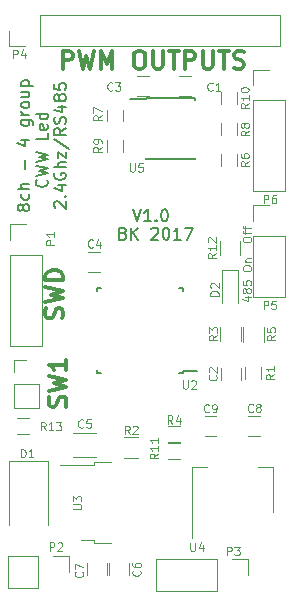
<source format=gto>
G04 #@! TF.FileFunction,Legend,Top*
%FSLAX46Y46*%
G04 Gerber Fmt 4.6, Leading zero omitted, Abs format (unit mm)*
G04 Created by KiCad (PCBNEW 4.0.2+dfsg1-stable) date Wed 06 Sep 2017 09:14:37 PM CST*
%MOMM*%
G01*
G04 APERTURE LIST*
%ADD10C,0.100000*%
%ADD11C,0.150000*%
%ADD12C,0.300000*%
%ADD13C,0.120000*%
G04 APERTURE END LIST*
D10*
D11*
X111404638Y-95146581D02*
X111737971Y-96146581D01*
X112071305Y-95146581D01*
X112928448Y-96146581D02*
X112357019Y-96146581D01*
X112642733Y-96146581D02*
X112642733Y-95146581D01*
X112547495Y-95289438D01*
X112452257Y-95384676D01*
X112357019Y-95432295D01*
X113357019Y-96051343D02*
X113404638Y-96098962D01*
X113357019Y-96146581D01*
X113309400Y-96098962D01*
X113357019Y-96051343D01*
X113357019Y-96146581D01*
X114023685Y-95146581D02*
X114118924Y-95146581D01*
X114214162Y-95194200D01*
X114261781Y-95241819D01*
X114309400Y-95337057D01*
X114357019Y-95527533D01*
X114357019Y-95765629D01*
X114309400Y-95956105D01*
X114261781Y-96051343D01*
X114214162Y-96098962D01*
X114118924Y-96146581D01*
X114023685Y-96146581D01*
X113928447Y-96098962D01*
X113880828Y-96051343D01*
X113833209Y-95956105D01*
X113785590Y-95765629D01*
X113785590Y-95527533D01*
X113833209Y-95337057D01*
X113880828Y-95241819D01*
X113928447Y-95194200D01*
X114023685Y-95146581D01*
X110595115Y-97172771D02*
X110737972Y-97220390D01*
X110785591Y-97268010D01*
X110833210Y-97363248D01*
X110833210Y-97506105D01*
X110785591Y-97601343D01*
X110737972Y-97648962D01*
X110642734Y-97696581D01*
X110261781Y-97696581D01*
X110261781Y-96696581D01*
X110595115Y-96696581D01*
X110690353Y-96744200D01*
X110737972Y-96791819D01*
X110785591Y-96887057D01*
X110785591Y-96982295D01*
X110737972Y-97077533D01*
X110690353Y-97125152D01*
X110595115Y-97172771D01*
X110261781Y-97172771D01*
X111261781Y-97696581D02*
X111261781Y-96696581D01*
X111833210Y-97696581D02*
X111404638Y-97125152D01*
X111833210Y-96696581D02*
X111261781Y-97268010D01*
X112976067Y-96791819D02*
X113023686Y-96744200D01*
X113118924Y-96696581D01*
X113357020Y-96696581D01*
X113452258Y-96744200D01*
X113499877Y-96791819D01*
X113547496Y-96887057D01*
X113547496Y-96982295D01*
X113499877Y-97125152D01*
X112928448Y-97696581D01*
X113547496Y-97696581D01*
X114166543Y-96696581D02*
X114261782Y-96696581D01*
X114357020Y-96744200D01*
X114404639Y-96791819D01*
X114452258Y-96887057D01*
X114499877Y-97077533D01*
X114499877Y-97315629D01*
X114452258Y-97506105D01*
X114404639Y-97601343D01*
X114357020Y-97648962D01*
X114261782Y-97696581D01*
X114166543Y-97696581D01*
X114071305Y-97648962D01*
X114023686Y-97601343D01*
X113976067Y-97506105D01*
X113928448Y-97315629D01*
X113928448Y-97077533D01*
X113976067Y-96887057D01*
X114023686Y-96791819D01*
X114071305Y-96744200D01*
X114166543Y-96696581D01*
X115452258Y-97696581D02*
X114880829Y-97696581D01*
X115166543Y-97696581D02*
X115166543Y-96696581D01*
X115071305Y-96839438D01*
X114976067Y-96934676D01*
X114880829Y-96982295D01*
X115785591Y-96696581D02*
X116452258Y-96696581D01*
X116023686Y-97696581D01*
X102064552Y-95071534D02*
X102016933Y-95166772D01*
X101969314Y-95214391D01*
X101874076Y-95262010D01*
X101826457Y-95262010D01*
X101731219Y-95214391D01*
X101683600Y-95166772D01*
X101635981Y-95071534D01*
X101635981Y-94881057D01*
X101683600Y-94785819D01*
X101731219Y-94738200D01*
X101826457Y-94690581D01*
X101874076Y-94690581D01*
X101969314Y-94738200D01*
X102016933Y-94785819D01*
X102064552Y-94881057D01*
X102064552Y-95071534D01*
X102112171Y-95166772D01*
X102159790Y-95214391D01*
X102255029Y-95262010D01*
X102445505Y-95262010D01*
X102540743Y-95214391D01*
X102588362Y-95166772D01*
X102635981Y-95071534D01*
X102635981Y-94881057D01*
X102588362Y-94785819D01*
X102540743Y-94738200D01*
X102445505Y-94690581D01*
X102255029Y-94690581D01*
X102159790Y-94738200D01*
X102112171Y-94785819D01*
X102064552Y-94881057D01*
X102588362Y-93833438D02*
X102635981Y-93928676D01*
X102635981Y-94119153D01*
X102588362Y-94214391D01*
X102540743Y-94262010D01*
X102445505Y-94309629D01*
X102159790Y-94309629D01*
X102064552Y-94262010D01*
X102016933Y-94214391D01*
X101969314Y-94119153D01*
X101969314Y-93928676D01*
X102016933Y-93833438D01*
X102635981Y-93404867D02*
X101635981Y-93404867D01*
X102635981Y-92976295D02*
X102112171Y-92976295D01*
X102016933Y-93023914D01*
X101969314Y-93119152D01*
X101969314Y-93262010D01*
X102016933Y-93357248D01*
X102064552Y-93404867D01*
X102255029Y-91738200D02*
X102255029Y-90976295D01*
X101969314Y-89309628D02*
X102635981Y-89309628D01*
X101588362Y-89547724D02*
X102302648Y-89785819D01*
X102302648Y-89166771D01*
X101969314Y-87595342D02*
X102778838Y-87595342D01*
X102874076Y-87642961D01*
X102921695Y-87690580D01*
X102969314Y-87785819D01*
X102969314Y-87928676D01*
X102921695Y-88023914D01*
X102588362Y-87595342D02*
X102635981Y-87690580D01*
X102635981Y-87881057D01*
X102588362Y-87976295D01*
X102540743Y-88023914D01*
X102445505Y-88071533D01*
X102159790Y-88071533D01*
X102064552Y-88023914D01*
X102016933Y-87976295D01*
X101969314Y-87881057D01*
X101969314Y-87690580D01*
X102016933Y-87595342D01*
X102635981Y-87119152D02*
X101969314Y-87119152D01*
X102159790Y-87119152D02*
X102064552Y-87071533D01*
X102016933Y-87023914D01*
X101969314Y-86928676D01*
X101969314Y-86833437D01*
X102635981Y-86357247D02*
X102588362Y-86452485D01*
X102540743Y-86500104D01*
X102445505Y-86547723D01*
X102159790Y-86547723D01*
X102064552Y-86500104D01*
X102016933Y-86452485D01*
X101969314Y-86357247D01*
X101969314Y-86214389D01*
X102016933Y-86119151D01*
X102064552Y-86071532D01*
X102159790Y-86023913D01*
X102445505Y-86023913D01*
X102540743Y-86071532D01*
X102588362Y-86119151D01*
X102635981Y-86214389D01*
X102635981Y-86357247D01*
X101969314Y-85166770D02*
X102635981Y-85166770D01*
X101969314Y-85595342D02*
X102493124Y-85595342D01*
X102588362Y-85547723D01*
X102635981Y-85452485D01*
X102635981Y-85309627D01*
X102588362Y-85214389D01*
X102540743Y-85166770D01*
X101969314Y-84690580D02*
X102969314Y-84690580D01*
X102016933Y-84690580D02*
X101969314Y-84595342D01*
X101969314Y-84404865D01*
X102016933Y-84309627D01*
X102064552Y-84262008D01*
X102159790Y-84214389D01*
X102445505Y-84214389D01*
X102540743Y-84262008D01*
X102588362Y-84309627D01*
X102635981Y-84404865D01*
X102635981Y-84595342D01*
X102588362Y-84690580D01*
X104090743Y-92619152D02*
X104138362Y-92666771D01*
X104185981Y-92809628D01*
X104185981Y-92904866D01*
X104138362Y-93047724D01*
X104043124Y-93142962D01*
X103947886Y-93190581D01*
X103757410Y-93238200D01*
X103614552Y-93238200D01*
X103424076Y-93190581D01*
X103328838Y-93142962D01*
X103233600Y-93047724D01*
X103185981Y-92904866D01*
X103185981Y-92809628D01*
X103233600Y-92666771D01*
X103281219Y-92619152D01*
X103185981Y-92285819D02*
X104185981Y-92047724D01*
X103471695Y-91857247D01*
X104185981Y-91666771D01*
X103185981Y-91428676D01*
X103185981Y-91142962D02*
X104185981Y-90904867D01*
X103471695Y-90714390D01*
X104185981Y-90523914D01*
X103185981Y-90285819D01*
X104185981Y-88666771D02*
X104185981Y-89142962D01*
X103185981Y-89142962D01*
X104138362Y-87952485D02*
X104185981Y-88047723D01*
X104185981Y-88238200D01*
X104138362Y-88333438D01*
X104043124Y-88381057D01*
X103662171Y-88381057D01*
X103566933Y-88333438D01*
X103519314Y-88238200D01*
X103519314Y-88047723D01*
X103566933Y-87952485D01*
X103662171Y-87904866D01*
X103757410Y-87904866D01*
X103852648Y-88381057D01*
X104185981Y-87047723D02*
X103185981Y-87047723D01*
X104138362Y-87047723D02*
X104185981Y-87142961D01*
X104185981Y-87333438D01*
X104138362Y-87428676D01*
X104090743Y-87476295D01*
X103995505Y-87523914D01*
X103709790Y-87523914D01*
X103614552Y-87476295D01*
X103566933Y-87428676D01*
X103519314Y-87333438D01*
X103519314Y-87142961D01*
X103566933Y-87047723D01*
X104831219Y-95023914D02*
X104783600Y-94976295D01*
X104735981Y-94881057D01*
X104735981Y-94642961D01*
X104783600Y-94547723D01*
X104831219Y-94500104D01*
X104926457Y-94452485D01*
X105021695Y-94452485D01*
X105164552Y-94500104D01*
X105735981Y-95071533D01*
X105735981Y-94452485D01*
X105640743Y-94023914D02*
X105688362Y-93976295D01*
X105735981Y-94023914D01*
X105688362Y-94071533D01*
X105640743Y-94023914D01*
X105735981Y-94023914D01*
X105069314Y-93119152D02*
X105735981Y-93119152D01*
X104688362Y-93357248D02*
X105402648Y-93595343D01*
X105402648Y-92976295D01*
X104783600Y-92071533D02*
X104735981Y-92166771D01*
X104735981Y-92309628D01*
X104783600Y-92452486D01*
X104878838Y-92547724D01*
X104974076Y-92595343D01*
X105164552Y-92642962D01*
X105307410Y-92642962D01*
X105497886Y-92595343D01*
X105593124Y-92547724D01*
X105688362Y-92452486D01*
X105735981Y-92309628D01*
X105735981Y-92214390D01*
X105688362Y-92071533D01*
X105640743Y-92023914D01*
X105307410Y-92023914D01*
X105307410Y-92214390D01*
X105735981Y-91595343D02*
X104735981Y-91595343D01*
X105735981Y-91166771D02*
X105212171Y-91166771D01*
X105116933Y-91214390D01*
X105069314Y-91309628D01*
X105069314Y-91452486D01*
X105116933Y-91547724D01*
X105164552Y-91595343D01*
X105069314Y-90785819D02*
X105069314Y-90262009D01*
X105735981Y-90785819D01*
X105735981Y-90262009D01*
X104688362Y-89166771D02*
X105974076Y-90023914D01*
X105735981Y-88262009D02*
X105259790Y-88595343D01*
X105735981Y-88833438D02*
X104735981Y-88833438D01*
X104735981Y-88452485D01*
X104783600Y-88357247D01*
X104831219Y-88309628D01*
X104926457Y-88262009D01*
X105069314Y-88262009D01*
X105164552Y-88309628D01*
X105212171Y-88357247D01*
X105259790Y-88452485D01*
X105259790Y-88833438D01*
X105688362Y-87881057D02*
X105735981Y-87738200D01*
X105735981Y-87500104D01*
X105688362Y-87404866D01*
X105640743Y-87357247D01*
X105545505Y-87309628D01*
X105450267Y-87309628D01*
X105355029Y-87357247D01*
X105307410Y-87404866D01*
X105259790Y-87500104D01*
X105212171Y-87690581D01*
X105164552Y-87785819D01*
X105116933Y-87833438D01*
X105021695Y-87881057D01*
X104926457Y-87881057D01*
X104831219Y-87833438D01*
X104783600Y-87785819D01*
X104735981Y-87690581D01*
X104735981Y-87452485D01*
X104783600Y-87309628D01*
X105069314Y-86452485D02*
X105735981Y-86452485D01*
X104688362Y-86690581D02*
X105402648Y-86928676D01*
X105402648Y-86309628D01*
X105164552Y-85785819D02*
X105116933Y-85881057D01*
X105069314Y-85928676D01*
X104974076Y-85976295D01*
X104926457Y-85976295D01*
X104831219Y-85928676D01*
X104783600Y-85881057D01*
X104735981Y-85785819D01*
X104735981Y-85595342D01*
X104783600Y-85500104D01*
X104831219Y-85452485D01*
X104926457Y-85404866D01*
X104974076Y-85404866D01*
X105069314Y-85452485D01*
X105116933Y-85500104D01*
X105164552Y-85595342D01*
X105164552Y-85785819D01*
X105212171Y-85881057D01*
X105259790Y-85928676D01*
X105355029Y-85976295D01*
X105545505Y-85976295D01*
X105640743Y-85928676D01*
X105688362Y-85881057D01*
X105735981Y-85785819D01*
X105735981Y-85595342D01*
X105688362Y-85500104D01*
X105640743Y-85452485D01*
X105545505Y-85404866D01*
X105355029Y-85404866D01*
X105259790Y-85452485D01*
X105212171Y-85500104D01*
X105164552Y-85595342D01*
X104735981Y-84500104D02*
X104735981Y-84976295D01*
X105212171Y-85023914D01*
X105164552Y-84976295D01*
X105116933Y-84881057D01*
X105116933Y-84642961D01*
X105164552Y-84547723D01*
X105212171Y-84500104D01*
X105307410Y-84452485D01*
X105545505Y-84452485D01*
X105640743Y-84500104D01*
X105688362Y-84547723D01*
X105735981Y-84642961D01*
X105735981Y-84881057D01*
X105688362Y-84976295D01*
X105640743Y-85023914D01*
D12*
X105432943Y-104372314D02*
X105504371Y-104158028D01*
X105504371Y-103800885D01*
X105432943Y-103658028D01*
X105361514Y-103586599D01*
X105218657Y-103515171D01*
X105075800Y-103515171D01*
X104932943Y-103586599D01*
X104861514Y-103658028D01*
X104790086Y-103800885D01*
X104718657Y-104086599D01*
X104647229Y-104229457D01*
X104575800Y-104300885D01*
X104432943Y-104372314D01*
X104290086Y-104372314D01*
X104147229Y-104300885D01*
X104075800Y-104229457D01*
X104004371Y-104086599D01*
X104004371Y-103729457D01*
X104075800Y-103515171D01*
X104004371Y-103015171D02*
X105504371Y-102658028D01*
X104432943Y-102372314D01*
X105504371Y-102086600D01*
X104004371Y-101729457D01*
X105504371Y-101158028D02*
X104004371Y-101158028D01*
X104004371Y-100800885D01*
X104075800Y-100586600D01*
X104218657Y-100443742D01*
X104361514Y-100372314D01*
X104647229Y-100300885D01*
X104861514Y-100300885D01*
X105147229Y-100372314D01*
X105290086Y-100443742D01*
X105432943Y-100586600D01*
X105504371Y-100800885D01*
X105504371Y-101158028D01*
X105463343Y-83228571D02*
X105463343Y-81728571D01*
X106034771Y-81728571D01*
X106177629Y-81800000D01*
X106249057Y-81871429D01*
X106320486Y-82014286D01*
X106320486Y-82228571D01*
X106249057Y-82371429D01*
X106177629Y-82442857D01*
X106034771Y-82514286D01*
X105463343Y-82514286D01*
X106820486Y-81728571D02*
X107177629Y-83228571D01*
X107463343Y-82157143D01*
X107749057Y-83228571D01*
X108106200Y-81728571D01*
X108677629Y-83228571D02*
X108677629Y-81728571D01*
X109177629Y-82800000D01*
X109677629Y-81728571D01*
X109677629Y-83228571D01*
X111820486Y-81728571D02*
X112106200Y-81728571D01*
X112249058Y-81800000D01*
X112391915Y-81942857D01*
X112463343Y-82228571D01*
X112463343Y-82728571D01*
X112391915Y-83014286D01*
X112249058Y-83157143D01*
X112106200Y-83228571D01*
X111820486Y-83228571D01*
X111677629Y-83157143D01*
X111534772Y-83014286D01*
X111463343Y-82728571D01*
X111463343Y-82228571D01*
X111534772Y-81942857D01*
X111677629Y-81800000D01*
X111820486Y-81728571D01*
X113106201Y-81728571D02*
X113106201Y-82942857D01*
X113177629Y-83085714D01*
X113249058Y-83157143D01*
X113391915Y-83228571D01*
X113677629Y-83228571D01*
X113820487Y-83157143D01*
X113891915Y-83085714D01*
X113963344Y-82942857D01*
X113963344Y-81728571D01*
X114463344Y-81728571D02*
X115320487Y-81728571D01*
X114891916Y-83228571D02*
X114891916Y-81728571D01*
X115820487Y-83228571D02*
X115820487Y-81728571D01*
X116391915Y-81728571D01*
X116534773Y-81800000D01*
X116606201Y-81871429D01*
X116677630Y-82014286D01*
X116677630Y-82228571D01*
X116606201Y-82371429D01*
X116534773Y-82442857D01*
X116391915Y-82514286D01*
X115820487Y-82514286D01*
X117320487Y-81728571D02*
X117320487Y-82942857D01*
X117391915Y-83085714D01*
X117463344Y-83157143D01*
X117606201Y-83228571D01*
X117891915Y-83228571D01*
X118034773Y-83157143D01*
X118106201Y-83085714D01*
X118177630Y-82942857D01*
X118177630Y-81728571D01*
X118677630Y-81728571D02*
X119534773Y-81728571D01*
X119106202Y-83228571D02*
X119106202Y-81728571D01*
X119963344Y-83157143D02*
X120177630Y-83228571D01*
X120534773Y-83228571D01*
X120677630Y-83157143D01*
X120749059Y-83085714D01*
X120820487Y-82942857D01*
X120820487Y-82800000D01*
X120749059Y-82657143D01*
X120677630Y-82585714D01*
X120534773Y-82514286D01*
X120249059Y-82442857D01*
X120106201Y-82371429D01*
X120034773Y-82300000D01*
X119963344Y-82157143D01*
X119963344Y-82014286D01*
X120034773Y-81871429D01*
X120106201Y-81800000D01*
X120249059Y-81728571D01*
X120606201Y-81728571D01*
X120820487Y-81800000D01*
D10*
X120931800Y-102554532D02*
X121398467Y-102554532D01*
X120665133Y-102721199D02*
X121165133Y-102887866D01*
X121165133Y-102454532D01*
X120998467Y-102087865D02*
X120965133Y-102154532D01*
X120931800Y-102187865D01*
X120865133Y-102221199D01*
X120831800Y-102221199D01*
X120765133Y-102187865D01*
X120731800Y-102154532D01*
X120698467Y-102087865D01*
X120698467Y-101954532D01*
X120731800Y-101887865D01*
X120765133Y-101854532D01*
X120831800Y-101821199D01*
X120865133Y-101821199D01*
X120931800Y-101854532D01*
X120965133Y-101887865D01*
X120998467Y-101954532D01*
X120998467Y-102087865D01*
X121031800Y-102154532D01*
X121065133Y-102187865D01*
X121131800Y-102221199D01*
X121265133Y-102221199D01*
X121331800Y-102187865D01*
X121365133Y-102154532D01*
X121398467Y-102087865D01*
X121398467Y-101954532D01*
X121365133Y-101887865D01*
X121331800Y-101854532D01*
X121265133Y-101821199D01*
X121131800Y-101821199D01*
X121065133Y-101854532D01*
X121031800Y-101887865D01*
X120998467Y-101954532D01*
X120698467Y-101187865D02*
X120698467Y-101521198D01*
X121031800Y-101554532D01*
X120998467Y-101521198D01*
X120965133Y-101454532D01*
X120965133Y-101287865D01*
X120998467Y-101221198D01*
X121031800Y-101187865D01*
X121098467Y-101154532D01*
X121265133Y-101154532D01*
X121331800Y-101187865D01*
X121365133Y-101221198D01*
X121398467Y-101287865D01*
X121398467Y-101454532D01*
X121365133Y-101521198D01*
X121331800Y-101554532D01*
X120698467Y-100187865D02*
X120698467Y-100054532D01*
X120731800Y-99987865D01*
X120798467Y-99921198D01*
X120931800Y-99887865D01*
X121165133Y-99887865D01*
X121298467Y-99921198D01*
X121365133Y-99987865D01*
X121398467Y-100054532D01*
X121398467Y-100187865D01*
X121365133Y-100254532D01*
X121298467Y-100321198D01*
X121165133Y-100354532D01*
X120931800Y-100354532D01*
X120798467Y-100321198D01*
X120731800Y-100254532D01*
X120698467Y-100187865D01*
X120931800Y-99587865D02*
X121398467Y-99587865D01*
X120998467Y-99587865D02*
X120965133Y-99554532D01*
X120931800Y-99487865D01*
X120931800Y-99387865D01*
X120965133Y-99321199D01*
X121031800Y-99287865D01*
X121398467Y-99287865D01*
X120698467Y-97754533D02*
X120698467Y-97621200D01*
X120731800Y-97554533D01*
X120798467Y-97487866D01*
X120931800Y-97454533D01*
X121165133Y-97454533D01*
X121298467Y-97487866D01*
X121365133Y-97554533D01*
X121398467Y-97621200D01*
X121398467Y-97754533D01*
X121365133Y-97821200D01*
X121298467Y-97887866D01*
X121165133Y-97921200D01*
X120931800Y-97921200D01*
X120798467Y-97887866D01*
X120731800Y-97821200D01*
X120698467Y-97754533D01*
X120931800Y-97254533D02*
X120931800Y-96987867D01*
X121398467Y-97154533D02*
X120798467Y-97154533D01*
X120731800Y-97121200D01*
X120698467Y-97054533D01*
X120698467Y-96987867D01*
X120931800Y-96854533D02*
X120931800Y-96587867D01*
X121398467Y-96754533D02*
X120798467Y-96754533D01*
X120731800Y-96721200D01*
X120698467Y-96654533D01*
X120698467Y-96587867D01*
D11*
X115620000Y-109030500D02*
X115620000Y-108805500D01*
X108370000Y-109030500D02*
X108370000Y-108730500D01*
X108370000Y-101780500D02*
X108370000Y-102080500D01*
X115620000Y-101780500D02*
X115620000Y-102080500D01*
X115620000Y-109030500D02*
X115320000Y-109030500D01*
X115620000Y-101780500D02*
X115320000Y-101780500D01*
X108370000Y-101780500D02*
X108670000Y-101780500D01*
X108370000Y-109030500D02*
X108670000Y-109030500D01*
X115620000Y-108805500D02*
X116845000Y-108805500D01*
D13*
X116324000Y-83859000D02*
X115324000Y-83859000D01*
X115324000Y-85559000D02*
X116324000Y-85559000D01*
X118847500Y-108577000D02*
X118847500Y-109577000D01*
X120547500Y-109577000D02*
X120547500Y-108577000D01*
X108315000Y-114042000D02*
X106315000Y-114042000D01*
X106315000Y-116082000D02*
X108315000Y-116082000D01*
X111086000Y-126103000D02*
X111086000Y-125103000D01*
X109386000Y-125103000D02*
X109386000Y-126103000D01*
X109181000Y-126103000D02*
X109181000Y-125103000D01*
X107481000Y-125103000D02*
X107481000Y-126103000D01*
X122182000Y-112632500D02*
X121182000Y-112632500D01*
X121182000Y-114332500D02*
X122182000Y-114332500D01*
X117483000Y-114332500D02*
X118483000Y-114332500D01*
X118483000Y-112632500D02*
X117483000Y-112632500D01*
X101032000Y-98996500D02*
X101032000Y-106676500D01*
X101032000Y-106676500D02*
X103692000Y-106676500D01*
X103692000Y-106676500D02*
X103692000Y-98996500D01*
X103692000Y-98996500D02*
X101032000Y-98996500D01*
X101032000Y-97726500D02*
X101032000Y-96396500D01*
X101032000Y-96396500D02*
X102362000Y-96396500D01*
X103403600Y-124527200D02*
X100803600Y-124527200D01*
X100803600Y-124527200D02*
X100803600Y-127187200D01*
X100803600Y-127187200D02*
X103403600Y-127187200D01*
X103403600Y-127187200D02*
X103403600Y-124527200D01*
X104673600Y-124527200D02*
X106003600Y-124527200D01*
X106003600Y-124527200D02*
X106003600Y-125857200D01*
X118542000Y-124781200D02*
X113402000Y-124781200D01*
X113402000Y-124781200D02*
X113402000Y-127441200D01*
X113402000Y-127441200D02*
X118542000Y-127441200D01*
X118542000Y-127441200D02*
X118542000Y-124781200D01*
X119812000Y-124781200D02*
X121142000Y-124781200D01*
X121142000Y-124781200D02*
X121142000Y-126111200D01*
X121606000Y-97409000D02*
X121606000Y-102549000D01*
X121606000Y-102549000D02*
X124266000Y-102549000D01*
X124266000Y-102549000D02*
X124266000Y-97409000D01*
X124266000Y-97409000D02*
X121606000Y-97409000D01*
X121606000Y-96139000D02*
X121606000Y-94809000D01*
X121606000Y-94809000D02*
X122936000Y-94809000D01*
X120922500Y-109478000D02*
X120922500Y-108478000D01*
X122282500Y-108478000D02*
X122282500Y-109478000D01*
X111854500Y-116196000D02*
X110654500Y-116196000D01*
X110654500Y-114436000D02*
X111854500Y-114436000D01*
X122482500Y-105130000D02*
X122482500Y-106330000D01*
X120722500Y-106330000D02*
X120722500Y-105130000D01*
X118817500Y-106325000D02*
X118817500Y-105125000D01*
X120577500Y-105125000D02*
X120577500Y-106325000D01*
X120187000Y-90444000D02*
X120187000Y-91444000D01*
X118827000Y-91444000D02*
X118827000Y-90444000D01*
X109175000Y-87697500D02*
X109175000Y-86697500D01*
X110535000Y-86697500D02*
X110535000Y-87697500D01*
X120187000Y-87840500D02*
X120187000Y-88840500D01*
X118827000Y-88840500D02*
X118827000Y-87840500D01*
X109175000Y-90277000D02*
X109175000Y-89277000D01*
X110535000Y-89277000D02*
X110535000Y-90277000D01*
X120187000Y-85213000D02*
X120187000Y-86213000D01*
X118827000Y-86213000D02*
X118827000Y-85213000D01*
X109583500Y-116501500D02*
X108083500Y-116501500D01*
X108083500Y-116501500D02*
X108083500Y-116771500D01*
X108083500Y-116771500D02*
X105253500Y-116771500D01*
X109583500Y-123401500D02*
X108083500Y-123401500D01*
X108083500Y-123401500D02*
X108083500Y-123131500D01*
X108083500Y-123131500D02*
X106983500Y-123131500D01*
X123250500Y-116970000D02*
X121990500Y-116970000D01*
X116430500Y-116970000D02*
X117690500Y-116970000D01*
X123250500Y-120730000D02*
X123250500Y-116970000D01*
X116430500Y-122980000D02*
X116430500Y-116970000D01*
D11*
X112542500Y-85753500D02*
X112542500Y-85803500D01*
X116692500Y-85753500D02*
X116692500Y-85898500D01*
X116692500Y-90903500D02*
X116692500Y-90758500D01*
X112542500Y-90903500D02*
X112542500Y-90758500D01*
X112542500Y-85753500D02*
X116692500Y-85753500D01*
X112542500Y-90903500D02*
X116692500Y-90903500D01*
X112542500Y-85803500D02*
X111142500Y-85803500D01*
D13*
X104202500Y-116488000D02*
X100902500Y-116488000D01*
X100902500Y-116488000D02*
X100902500Y-121888000D01*
X104202500Y-116488000D02*
X104202500Y-121888000D01*
X103505000Y-81340000D02*
X123885000Y-81340000D01*
X123885000Y-81340000D02*
X123885000Y-78680000D01*
X123885000Y-78680000D02*
X103505000Y-78680000D01*
X103505000Y-78680000D02*
X103505000Y-81340000D01*
X102235000Y-81340000D02*
X100905000Y-81340000D01*
X100905000Y-81340000D02*
X100905000Y-80010000D01*
X121606000Y-85915500D02*
X121606000Y-93595500D01*
X121606000Y-93595500D02*
X124266000Y-93595500D01*
X124266000Y-93595500D02*
X124266000Y-85915500D01*
X124266000Y-85915500D02*
X121606000Y-85915500D01*
X121606000Y-84645500D02*
X121606000Y-83315500D01*
X121606000Y-83315500D02*
X122936000Y-83315500D01*
X120514000Y-97814800D02*
X120514000Y-99014800D01*
X118754000Y-99014800D02*
X118754000Y-97814800D01*
X101327400Y-109940600D02*
X101327400Y-112000600D01*
X101327400Y-112000600D02*
X103447400Y-112000600D01*
X103447400Y-112000600D02*
X103447400Y-109940600D01*
X103447400Y-109940600D02*
X101327400Y-109940600D01*
X101327400Y-108940600D02*
X101327400Y-107880600D01*
X101327400Y-107880600D02*
X102387400Y-107880600D01*
X120334000Y-100282600D02*
X118934000Y-100282600D01*
X118934000Y-100282600D02*
X118934000Y-103082600D01*
X120334000Y-100282600D02*
X120334000Y-103082600D01*
X108640500Y-98718000D02*
X107640500Y-98718000D01*
X107640500Y-100418000D02*
X108640500Y-100418000D01*
X115371500Y-116313500D02*
X114371500Y-116313500D01*
X114371500Y-114953500D02*
X115371500Y-114953500D01*
X114371500Y-113493000D02*
X115371500Y-113493000D01*
X115371500Y-114853000D02*
X114371500Y-114853000D01*
X102633400Y-114167200D02*
X101633400Y-114167200D01*
X101633400Y-112807200D02*
X102633400Y-112807200D01*
X112768000Y-83859000D02*
X111768000Y-83859000D01*
X111768000Y-85559000D02*
X112768000Y-85559000D01*
D10*
X115646267Y-109624067D02*
X115646267Y-110190733D01*
X115679600Y-110257400D01*
X115712933Y-110290733D01*
X115779600Y-110324067D01*
X115912933Y-110324067D01*
X115979600Y-110290733D01*
X116012933Y-110257400D01*
X116046267Y-110190733D01*
X116046267Y-109624067D01*
X116346266Y-109690733D02*
X116379600Y-109657400D01*
X116446266Y-109624067D01*
X116612933Y-109624067D01*
X116679600Y-109657400D01*
X116712933Y-109690733D01*
X116746266Y-109757400D01*
X116746266Y-109824067D01*
X116712933Y-109924067D01*
X116312933Y-110324067D01*
X116746266Y-110324067D01*
X118145734Y-85035200D02*
X118112400Y-85068533D01*
X118012400Y-85101867D01*
X117945734Y-85101867D01*
X117845734Y-85068533D01*
X117779067Y-85001867D01*
X117745734Y-84935200D01*
X117712400Y-84801867D01*
X117712400Y-84701867D01*
X117745734Y-84568533D01*
X117779067Y-84501867D01*
X117845734Y-84435200D01*
X117945734Y-84401867D01*
X118012400Y-84401867D01*
X118112400Y-84435200D01*
X118145734Y-84468533D01*
X118812400Y-85101867D02*
X118412400Y-85101867D01*
X118612400Y-85101867D02*
X118612400Y-84401867D01*
X118545734Y-84501867D01*
X118479067Y-84568533D01*
X118412400Y-84601867D01*
X118447500Y-109193666D02*
X118480833Y-109227000D01*
X118514167Y-109327000D01*
X118514167Y-109393666D01*
X118480833Y-109493666D01*
X118414167Y-109560333D01*
X118347500Y-109593666D01*
X118214167Y-109627000D01*
X118114167Y-109627000D01*
X117980833Y-109593666D01*
X117914167Y-109560333D01*
X117847500Y-109493666D01*
X117814167Y-109393666D01*
X117814167Y-109327000D01*
X117847500Y-109227000D01*
X117880833Y-109193666D01*
X117880833Y-108927000D02*
X117847500Y-108893666D01*
X117814167Y-108827000D01*
X117814167Y-108660333D01*
X117847500Y-108593666D01*
X117880833Y-108560333D01*
X117947500Y-108527000D01*
X118014167Y-108527000D01*
X118114167Y-108560333D01*
X118514167Y-108960333D01*
X118514167Y-108527000D01*
X107198334Y-113562000D02*
X107165000Y-113595333D01*
X107065000Y-113628667D01*
X106998334Y-113628667D01*
X106898334Y-113595333D01*
X106831667Y-113528667D01*
X106798334Y-113462000D01*
X106765000Y-113328667D01*
X106765000Y-113228667D01*
X106798334Y-113095333D01*
X106831667Y-113028667D01*
X106898334Y-112962000D01*
X106998334Y-112928667D01*
X107065000Y-112928667D01*
X107165000Y-112962000D01*
X107198334Y-112995333D01*
X107831667Y-112928667D02*
X107498334Y-112928667D01*
X107465000Y-113262000D01*
X107498334Y-113228667D01*
X107565000Y-113195333D01*
X107731667Y-113195333D01*
X107798334Y-113228667D01*
X107831667Y-113262000D01*
X107865000Y-113328667D01*
X107865000Y-113495333D01*
X107831667Y-113562000D01*
X107798334Y-113595333D01*
X107731667Y-113628667D01*
X107565000Y-113628667D01*
X107498334Y-113595333D01*
X107465000Y-113562000D01*
X111986000Y-125719666D02*
X112019333Y-125753000D01*
X112052667Y-125853000D01*
X112052667Y-125919666D01*
X112019333Y-126019666D01*
X111952667Y-126086333D01*
X111886000Y-126119666D01*
X111752667Y-126153000D01*
X111652667Y-126153000D01*
X111519333Y-126119666D01*
X111452667Y-126086333D01*
X111386000Y-126019666D01*
X111352667Y-125919666D01*
X111352667Y-125853000D01*
X111386000Y-125753000D01*
X111419333Y-125719666D01*
X111352667Y-125119666D02*
X111352667Y-125253000D01*
X111386000Y-125319666D01*
X111419333Y-125353000D01*
X111519333Y-125419666D01*
X111652667Y-125453000D01*
X111919333Y-125453000D01*
X111986000Y-125419666D01*
X112019333Y-125386333D01*
X112052667Y-125319666D01*
X112052667Y-125186333D01*
X112019333Y-125119666D01*
X111986000Y-125086333D01*
X111919333Y-125053000D01*
X111752667Y-125053000D01*
X111686000Y-125086333D01*
X111652667Y-125119666D01*
X111619333Y-125186333D01*
X111619333Y-125319666D01*
X111652667Y-125386333D01*
X111686000Y-125419666D01*
X111752667Y-125453000D01*
X107133200Y-125846666D02*
X107166533Y-125880000D01*
X107199867Y-125980000D01*
X107199867Y-126046666D01*
X107166533Y-126146666D01*
X107099867Y-126213333D01*
X107033200Y-126246666D01*
X106899867Y-126280000D01*
X106799867Y-126280000D01*
X106666533Y-126246666D01*
X106599867Y-126213333D01*
X106533200Y-126146666D01*
X106499867Y-126046666D01*
X106499867Y-125980000D01*
X106533200Y-125880000D01*
X106566533Y-125846666D01*
X106499867Y-125613333D02*
X106499867Y-125146666D01*
X107199867Y-125446666D01*
X121565334Y-112232500D02*
X121532000Y-112265833D01*
X121432000Y-112299167D01*
X121365334Y-112299167D01*
X121265334Y-112265833D01*
X121198667Y-112199167D01*
X121165334Y-112132500D01*
X121132000Y-111999167D01*
X121132000Y-111899167D01*
X121165334Y-111765833D01*
X121198667Y-111699167D01*
X121265334Y-111632500D01*
X121365334Y-111599167D01*
X121432000Y-111599167D01*
X121532000Y-111632500D01*
X121565334Y-111665833D01*
X121965334Y-111899167D02*
X121898667Y-111865833D01*
X121865334Y-111832500D01*
X121832000Y-111765833D01*
X121832000Y-111732500D01*
X121865334Y-111665833D01*
X121898667Y-111632500D01*
X121965334Y-111599167D01*
X122098667Y-111599167D01*
X122165334Y-111632500D01*
X122198667Y-111665833D01*
X122232000Y-111732500D01*
X122232000Y-111765833D01*
X122198667Y-111832500D01*
X122165334Y-111865833D01*
X122098667Y-111899167D01*
X121965334Y-111899167D01*
X121898667Y-111932500D01*
X121865334Y-111965833D01*
X121832000Y-112032500D01*
X121832000Y-112165833D01*
X121865334Y-112232500D01*
X121898667Y-112265833D01*
X121965334Y-112299167D01*
X122098667Y-112299167D01*
X122165334Y-112265833D01*
X122198667Y-112232500D01*
X122232000Y-112165833D01*
X122232000Y-112032500D01*
X122198667Y-111965833D01*
X122165334Y-111932500D01*
X122098667Y-111899167D01*
X117840934Y-112264000D02*
X117807600Y-112297333D01*
X117707600Y-112330667D01*
X117640934Y-112330667D01*
X117540934Y-112297333D01*
X117474267Y-112230667D01*
X117440934Y-112164000D01*
X117407600Y-112030667D01*
X117407600Y-111930667D01*
X117440934Y-111797333D01*
X117474267Y-111730667D01*
X117540934Y-111664000D01*
X117640934Y-111630667D01*
X117707600Y-111630667D01*
X117807600Y-111664000D01*
X117840934Y-111697333D01*
X118174267Y-112330667D02*
X118307600Y-112330667D01*
X118374267Y-112297333D01*
X118407600Y-112264000D01*
X118474267Y-112164000D01*
X118507600Y-112030667D01*
X118507600Y-111764000D01*
X118474267Y-111697333D01*
X118440934Y-111664000D01*
X118374267Y-111630667D01*
X118240934Y-111630667D01*
X118174267Y-111664000D01*
X118140934Y-111697333D01*
X118107600Y-111764000D01*
X118107600Y-111930667D01*
X118140934Y-111997333D01*
X118174267Y-112030667D01*
X118240934Y-112064000D01*
X118374267Y-112064000D01*
X118440934Y-112030667D01*
X118474267Y-111997333D01*
X118507600Y-111930667D01*
X104761467Y-98128866D02*
X104061467Y-98128866D01*
X104061467Y-97862200D01*
X104094800Y-97795533D01*
X104128133Y-97762200D01*
X104194800Y-97728866D01*
X104294800Y-97728866D01*
X104361467Y-97762200D01*
X104394800Y-97795533D01*
X104428133Y-97862200D01*
X104428133Y-98128866D01*
X104761467Y-97062200D02*
X104761467Y-97462200D01*
X104761467Y-97262200D02*
X104061467Y-97262200D01*
X104161467Y-97328866D01*
X104228133Y-97395533D01*
X104261467Y-97462200D01*
X104359934Y-124040067D02*
X104359934Y-123340067D01*
X104626600Y-123340067D01*
X104693267Y-123373400D01*
X104726600Y-123406733D01*
X104759934Y-123473400D01*
X104759934Y-123573400D01*
X104726600Y-123640067D01*
X104693267Y-123673400D01*
X104626600Y-123706733D01*
X104359934Y-123706733D01*
X105026600Y-123406733D02*
X105059934Y-123373400D01*
X105126600Y-123340067D01*
X105293267Y-123340067D01*
X105359934Y-123373400D01*
X105393267Y-123406733D01*
X105426600Y-123473400D01*
X105426600Y-123540067D01*
X105393267Y-123640067D01*
X104993267Y-124040067D01*
X105426600Y-124040067D01*
X119371334Y-124421067D02*
X119371334Y-123721067D01*
X119638000Y-123721067D01*
X119704667Y-123754400D01*
X119738000Y-123787733D01*
X119771334Y-123854400D01*
X119771334Y-123954400D01*
X119738000Y-124021067D01*
X119704667Y-124054400D01*
X119638000Y-124087733D01*
X119371334Y-124087733D01*
X120004667Y-123721067D02*
X120438000Y-123721067D01*
X120204667Y-123987733D01*
X120304667Y-123987733D01*
X120371334Y-124021067D01*
X120404667Y-124054400D01*
X120438000Y-124121067D01*
X120438000Y-124287733D01*
X120404667Y-124354400D01*
X120371334Y-124387733D01*
X120304667Y-124421067D01*
X120104667Y-124421067D01*
X120038000Y-124387733D01*
X120004667Y-124354400D01*
X122470134Y-103593067D02*
X122470134Y-102893067D01*
X122736800Y-102893067D01*
X122803467Y-102926400D01*
X122836800Y-102959733D01*
X122870134Y-103026400D01*
X122870134Y-103126400D01*
X122836800Y-103193067D01*
X122803467Y-103226400D01*
X122736800Y-103259733D01*
X122470134Y-103259733D01*
X123503467Y-102893067D02*
X123170134Y-102893067D01*
X123136800Y-103226400D01*
X123170134Y-103193067D01*
X123236800Y-103159733D01*
X123403467Y-103159733D01*
X123470134Y-103193067D01*
X123503467Y-103226400D01*
X123536800Y-103293067D01*
X123536800Y-103459733D01*
X123503467Y-103526400D01*
X123470134Y-103559733D01*
X123403467Y-103593067D01*
X123236800Y-103593067D01*
X123170134Y-103559733D01*
X123136800Y-103526400D01*
X123369167Y-109094666D02*
X123035833Y-109328000D01*
X123369167Y-109494666D02*
X122669167Y-109494666D01*
X122669167Y-109228000D01*
X122702500Y-109161333D01*
X122735833Y-109128000D01*
X122802500Y-109094666D01*
X122902500Y-109094666D01*
X122969167Y-109128000D01*
X123002500Y-109161333D01*
X123035833Y-109228000D01*
X123035833Y-109494666D01*
X123369167Y-108428000D02*
X123369167Y-108828000D01*
X123369167Y-108628000D02*
X122669167Y-108628000D01*
X122769167Y-108694666D01*
X122835833Y-108761333D01*
X122869167Y-108828000D01*
X111137834Y-114172167D02*
X110904500Y-113838833D01*
X110737834Y-114172167D02*
X110737834Y-113472167D01*
X111004500Y-113472167D01*
X111071167Y-113505500D01*
X111104500Y-113538833D01*
X111137834Y-113605500D01*
X111137834Y-113705500D01*
X111104500Y-113772167D01*
X111071167Y-113805500D01*
X111004500Y-113838833D01*
X110737834Y-113838833D01*
X111404500Y-113538833D02*
X111437834Y-113505500D01*
X111504500Y-113472167D01*
X111671167Y-113472167D01*
X111737834Y-113505500D01*
X111771167Y-113538833D01*
X111804500Y-113605500D01*
X111804500Y-113672167D01*
X111771167Y-113772167D01*
X111371167Y-114172167D01*
X111804500Y-114172167D01*
X118553667Y-105806066D02*
X118220333Y-106039400D01*
X118553667Y-106206066D02*
X117853667Y-106206066D01*
X117853667Y-105939400D01*
X117887000Y-105872733D01*
X117920333Y-105839400D01*
X117987000Y-105806066D01*
X118087000Y-105806066D01*
X118153667Y-105839400D01*
X118187000Y-105872733D01*
X118220333Y-105939400D01*
X118220333Y-106206066D01*
X117853667Y-105572733D02*
X117853667Y-105139400D01*
X118120333Y-105372733D01*
X118120333Y-105272733D01*
X118153667Y-105206066D01*
X118187000Y-105172733D01*
X118253667Y-105139400D01*
X118420333Y-105139400D01*
X118487000Y-105172733D01*
X118520333Y-105206066D01*
X118553667Y-105272733D01*
X118553667Y-105472733D01*
X118520333Y-105539400D01*
X118487000Y-105572733D01*
X123455867Y-105806066D02*
X123122533Y-106039400D01*
X123455867Y-106206066D02*
X122755867Y-106206066D01*
X122755867Y-105939400D01*
X122789200Y-105872733D01*
X122822533Y-105839400D01*
X122889200Y-105806066D01*
X122989200Y-105806066D01*
X123055867Y-105839400D01*
X123089200Y-105872733D01*
X123122533Y-105939400D01*
X123122533Y-106206066D01*
X122755867Y-105172733D02*
X122755867Y-105506066D01*
X123089200Y-105539400D01*
X123055867Y-105506066D01*
X123022533Y-105439400D01*
X123022533Y-105272733D01*
X123055867Y-105206066D01*
X123089200Y-105172733D01*
X123155867Y-105139400D01*
X123322533Y-105139400D01*
X123389200Y-105172733D01*
X123422533Y-105206066D01*
X123455867Y-105272733D01*
X123455867Y-105439400D01*
X123422533Y-105506066D01*
X123389200Y-105539400D01*
X121220667Y-91074066D02*
X120887333Y-91307400D01*
X121220667Y-91474066D02*
X120520667Y-91474066D01*
X120520667Y-91207400D01*
X120554000Y-91140733D01*
X120587333Y-91107400D01*
X120654000Y-91074066D01*
X120754000Y-91074066D01*
X120820667Y-91107400D01*
X120854000Y-91140733D01*
X120887333Y-91207400D01*
X120887333Y-91474066D01*
X120520667Y-90474066D02*
X120520667Y-90607400D01*
X120554000Y-90674066D01*
X120587333Y-90707400D01*
X120687333Y-90774066D01*
X120820667Y-90807400D01*
X121087333Y-90807400D01*
X121154000Y-90774066D01*
X121187333Y-90740733D01*
X121220667Y-90674066D01*
X121220667Y-90540733D01*
X121187333Y-90474066D01*
X121154000Y-90440733D01*
X121087333Y-90407400D01*
X120920667Y-90407400D01*
X120854000Y-90440733D01*
X120820667Y-90474066D01*
X120787333Y-90540733D01*
X120787333Y-90674066D01*
X120820667Y-90740733D01*
X120854000Y-90774066D01*
X120920667Y-90807400D01*
X108749267Y-87187866D02*
X108415933Y-87421200D01*
X108749267Y-87587866D02*
X108049267Y-87587866D01*
X108049267Y-87321200D01*
X108082600Y-87254533D01*
X108115933Y-87221200D01*
X108182600Y-87187866D01*
X108282600Y-87187866D01*
X108349267Y-87221200D01*
X108382600Y-87254533D01*
X108415933Y-87321200D01*
X108415933Y-87587866D01*
X108049267Y-86954533D02*
X108049267Y-86487866D01*
X108749267Y-86787866D01*
X121246067Y-88483266D02*
X120912733Y-88716600D01*
X121246067Y-88883266D02*
X120546067Y-88883266D01*
X120546067Y-88616600D01*
X120579400Y-88549933D01*
X120612733Y-88516600D01*
X120679400Y-88483266D01*
X120779400Y-88483266D01*
X120846067Y-88516600D01*
X120879400Y-88549933D01*
X120912733Y-88616600D01*
X120912733Y-88883266D01*
X120846067Y-88083266D02*
X120812733Y-88149933D01*
X120779400Y-88183266D01*
X120712733Y-88216600D01*
X120679400Y-88216600D01*
X120612733Y-88183266D01*
X120579400Y-88149933D01*
X120546067Y-88083266D01*
X120546067Y-87949933D01*
X120579400Y-87883266D01*
X120612733Y-87849933D01*
X120679400Y-87816600D01*
X120712733Y-87816600D01*
X120779400Y-87849933D01*
X120812733Y-87883266D01*
X120846067Y-87949933D01*
X120846067Y-88083266D01*
X120879400Y-88149933D01*
X120912733Y-88183266D01*
X120979400Y-88216600D01*
X121112733Y-88216600D01*
X121179400Y-88183266D01*
X121212733Y-88149933D01*
X121246067Y-88083266D01*
X121246067Y-87949933D01*
X121212733Y-87883266D01*
X121179400Y-87849933D01*
X121112733Y-87816600D01*
X120979400Y-87816600D01*
X120912733Y-87849933D01*
X120879400Y-87883266D01*
X120846067Y-87949933D01*
X108749267Y-89854866D02*
X108415933Y-90088200D01*
X108749267Y-90254866D02*
X108049267Y-90254866D01*
X108049267Y-89988200D01*
X108082600Y-89921533D01*
X108115933Y-89888200D01*
X108182600Y-89854866D01*
X108282600Y-89854866D01*
X108349267Y-89888200D01*
X108382600Y-89921533D01*
X108415933Y-89988200D01*
X108415933Y-90254866D01*
X108749267Y-89521533D02*
X108749267Y-89388200D01*
X108715933Y-89321533D01*
X108682600Y-89288200D01*
X108582600Y-89221533D01*
X108449267Y-89188200D01*
X108182600Y-89188200D01*
X108115933Y-89221533D01*
X108082600Y-89254866D01*
X108049267Y-89321533D01*
X108049267Y-89454866D01*
X108082600Y-89521533D01*
X108115933Y-89554866D01*
X108182600Y-89588200D01*
X108349267Y-89588200D01*
X108415933Y-89554866D01*
X108449267Y-89521533D01*
X108482600Y-89454866D01*
X108482600Y-89321533D01*
X108449267Y-89254866D01*
X108415933Y-89221533D01*
X108349267Y-89188200D01*
X121220667Y-86149600D02*
X120887333Y-86382934D01*
X121220667Y-86549600D02*
X120520667Y-86549600D01*
X120520667Y-86282934D01*
X120554000Y-86216267D01*
X120587333Y-86182934D01*
X120654000Y-86149600D01*
X120754000Y-86149600D01*
X120820667Y-86182934D01*
X120854000Y-86216267D01*
X120887333Y-86282934D01*
X120887333Y-86549600D01*
X121220667Y-85482934D02*
X121220667Y-85882934D01*
X121220667Y-85682934D02*
X120520667Y-85682934D01*
X120620667Y-85749600D01*
X120687333Y-85816267D01*
X120720667Y-85882934D01*
X120520667Y-85049600D02*
X120520667Y-84982933D01*
X120554000Y-84916267D01*
X120587333Y-84882933D01*
X120654000Y-84849600D01*
X120787333Y-84816267D01*
X120954000Y-84816267D01*
X121087333Y-84849600D01*
X121154000Y-84882933D01*
X121187333Y-84916267D01*
X121220667Y-84982933D01*
X121220667Y-85049600D01*
X121187333Y-85116267D01*
X121154000Y-85149600D01*
X121087333Y-85182933D01*
X120954000Y-85216267D01*
X120787333Y-85216267D01*
X120654000Y-85182933D01*
X120587333Y-85149600D01*
X120554000Y-85116267D01*
X120520667Y-85049600D01*
X106347467Y-120522933D02*
X106914133Y-120522933D01*
X106980800Y-120489600D01*
X107014133Y-120456267D01*
X107047467Y-120389600D01*
X107047467Y-120256267D01*
X107014133Y-120189600D01*
X106980800Y-120156267D01*
X106914133Y-120122933D01*
X106347467Y-120122933D01*
X106347467Y-119856267D02*
X106347467Y-119422934D01*
X106614133Y-119656267D01*
X106614133Y-119556267D01*
X106647467Y-119489600D01*
X106680800Y-119456267D01*
X106747467Y-119422934D01*
X106914133Y-119422934D01*
X106980800Y-119456267D01*
X107014133Y-119489600D01*
X107047467Y-119556267D01*
X107047467Y-119756267D01*
X107014133Y-119822934D01*
X106980800Y-119856267D01*
X116281267Y-123365467D02*
X116281267Y-123932133D01*
X116314600Y-123998800D01*
X116347933Y-124032133D01*
X116414600Y-124065467D01*
X116547933Y-124065467D01*
X116614600Y-124032133D01*
X116647933Y-123998800D01*
X116681267Y-123932133D01*
X116681267Y-123365467D01*
X117314600Y-123598800D02*
X117314600Y-124065467D01*
X117147933Y-123332133D02*
X116981266Y-123832133D01*
X117414600Y-123832133D01*
X111163167Y-91247167D02*
X111163167Y-91813833D01*
X111196500Y-91880500D01*
X111229833Y-91913833D01*
X111296500Y-91947167D01*
X111429833Y-91947167D01*
X111496500Y-91913833D01*
X111529833Y-91880500D01*
X111563167Y-91813833D01*
X111563167Y-91247167D01*
X112229833Y-91247167D02*
X111896500Y-91247167D01*
X111863166Y-91580500D01*
X111896500Y-91547167D01*
X111963166Y-91513833D01*
X112129833Y-91513833D01*
X112196500Y-91547167D01*
X112229833Y-91580500D01*
X112263166Y-91647167D01*
X112263166Y-91813833D01*
X112229833Y-91880500D01*
X112196500Y-91913833D01*
X112129833Y-91947167D01*
X111963166Y-91947167D01*
X111896500Y-91913833D01*
X111863166Y-91880500D01*
X101921534Y-116140667D02*
X101921534Y-115440667D01*
X102088200Y-115440667D01*
X102188200Y-115474000D01*
X102254867Y-115540667D01*
X102288200Y-115607333D01*
X102321534Y-115740667D01*
X102321534Y-115840667D01*
X102288200Y-115974000D01*
X102254867Y-116040667D01*
X102188200Y-116107333D01*
X102088200Y-116140667D01*
X101921534Y-116140667D01*
X102988200Y-116140667D02*
X102588200Y-116140667D01*
X102788200Y-116140667D02*
X102788200Y-115440667D01*
X102721534Y-115540667D01*
X102654867Y-115607333D01*
X102588200Y-115640667D01*
X101261134Y-82333267D02*
X101261134Y-81633267D01*
X101527800Y-81633267D01*
X101594467Y-81666600D01*
X101627800Y-81699933D01*
X101661134Y-81766600D01*
X101661134Y-81866600D01*
X101627800Y-81933267D01*
X101594467Y-81966600D01*
X101527800Y-81999933D01*
X101261134Y-81999933D01*
X102261134Y-81866600D02*
X102261134Y-82333267D01*
X102094467Y-81599933D02*
X101927800Y-82099933D01*
X102361134Y-82099933D01*
X122482834Y-94614167D02*
X122482834Y-93914167D01*
X122749500Y-93914167D01*
X122816167Y-93947500D01*
X122849500Y-93980833D01*
X122882834Y-94047500D01*
X122882834Y-94147500D01*
X122849500Y-94214167D01*
X122816167Y-94247500D01*
X122749500Y-94280833D01*
X122482834Y-94280833D01*
X123482834Y-93914167D02*
X123349500Y-93914167D01*
X123282834Y-93947500D01*
X123249500Y-93980833D01*
X123182834Y-94080833D01*
X123149500Y-94214167D01*
X123149500Y-94480833D01*
X123182834Y-94547500D01*
X123216167Y-94580833D01*
X123282834Y-94614167D01*
X123416167Y-94614167D01*
X123482834Y-94580833D01*
X123516167Y-94547500D01*
X123549500Y-94480833D01*
X123549500Y-94314167D01*
X123516167Y-94247500D01*
X123482834Y-94214167D01*
X123416167Y-94180833D01*
X123282834Y-94180833D01*
X123216167Y-94214167D01*
X123182834Y-94247500D01*
X123149500Y-94314167D01*
X118426667Y-98854600D02*
X118093333Y-99087934D01*
X118426667Y-99254600D02*
X117726667Y-99254600D01*
X117726667Y-98987934D01*
X117760000Y-98921267D01*
X117793333Y-98887934D01*
X117860000Y-98854600D01*
X117960000Y-98854600D01*
X118026667Y-98887934D01*
X118060000Y-98921267D01*
X118093333Y-98987934D01*
X118093333Y-99254600D01*
X118426667Y-98187934D02*
X118426667Y-98587934D01*
X118426667Y-98387934D02*
X117726667Y-98387934D01*
X117826667Y-98454600D01*
X117893333Y-98521267D01*
X117926667Y-98587934D01*
X117793333Y-97921267D02*
X117760000Y-97887933D01*
X117726667Y-97821267D01*
X117726667Y-97654600D01*
X117760000Y-97587933D01*
X117793333Y-97554600D01*
X117860000Y-97521267D01*
X117926667Y-97521267D01*
X118026667Y-97554600D01*
X118426667Y-97954600D01*
X118426667Y-97521267D01*
D12*
X105699643Y-111855000D02*
X105771071Y-111640714D01*
X105771071Y-111283571D01*
X105699643Y-111140714D01*
X105628214Y-111069285D01*
X105485357Y-110997857D01*
X105342500Y-110997857D01*
X105199643Y-111069285D01*
X105128214Y-111140714D01*
X105056786Y-111283571D01*
X104985357Y-111569285D01*
X104913929Y-111712143D01*
X104842500Y-111783571D01*
X104699643Y-111855000D01*
X104556786Y-111855000D01*
X104413929Y-111783571D01*
X104342500Y-111712143D01*
X104271071Y-111569285D01*
X104271071Y-111212143D01*
X104342500Y-110997857D01*
X104271071Y-110497857D02*
X105771071Y-110140714D01*
X104699643Y-109855000D01*
X105771071Y-109569286D01*
X104271071Y-109212143D01*
X105771071Y-107855000D02*
X105771071Y-108712143D01*
X105771071Y-108283571D02*
X104271071Y-108283571D01*
X104485357Y-108426428D01*
X104628214Y-108569286D01*
X104699643Y-108712143D01*
D10*
X118655267Y-102446866D02*
X117955267Y-102446866D01*
X117955267Y-102280200D01*
X117988600Y-102180200D01*
X118055267Y-102113533D01*
X118121933Y-102080200D01*
X118255267Y-102046866D01*
X118355267Y-102046866D01*
X118488600Y-102080200D01*
X118555267Y-102113533D01*
X118621933Y-102180200D01*
X118655267Y-102280200D01*
X118655267Y-102446866D01*
X118021933Y-101780200D02*
X117988600Y-101746866D01*
X117955267Y-101680200D01*
X117955267Y-101513533D01*
X117988600Y-101446866D01*
X118021933Y-101413533D01*
X118088600Y-101380200D01*
X118155267Y-101380200D01*
X118255267Y-101413533D01*
X118655267Y-101813533D01*
X118655267Y-101380200D01*
X108023834Y-98318000D02*
X107990500Y-98351333D01*
X107890500Y-98384667D01*
X107823834Y-98384667D01*
X107723834Y-98351333D01*
X107657167Y-98284667D01*
X107623834Y-98218000D01*
X107590500Y-98084667D01*
X107590500Y-97984667D01*
X107623834Y-97851333D01*
X107657167Y-97784667D01*
X107723834Y-97718000D01*
X107823834Y-97684667D01*
X107890500Y-97684667D01*
X107990500Y-97718000D01*
X108023834Y-97751333D01*
X108623834Y-97918000D02*
X108623834Y-98384667D01*
X108457167Y-97651333D02*
X108290500Y-98151333D01*
X108723834Y-98151333D01*
X114754834Y-113283167D02*
X114521500Y-112949833D01*
X114354834Y-113283167D02*
X114354834Y-112583167D01*
X114621500Y-112583167D01*
X114688167Y-112616500D01*
X114721500Y-112649833D01*
X114754834Y-112716500D01*
X114754834Y-112816500D01*
X114721500Y-112883167D01*
X114688167Y-112916500D01*
X114621500Y-112949833D01*
X114354834Y-112949833D01*
X115354834Y-112816500D02*
X115354834Y-113283167D01*
X115188167Y-112549833D02*
X115021500Y-113049833D01*
X115454834Y-113049833D01*
X113537167Y-115829500D02*
X113203833Y-116062834D01*
X113537167Y-116229500D02*
X112837167Y-116229500D01*
X112837167Y-115962834D01*
X112870500Y-115896167D01*
X112903833Y-115862834D01*
X112970500Y-115829500D01*
X113070500Y-115829500D01*
X113137167Y-115862834D01*
X113170500Y-115896167D01*
X113203833Y-115962834D01*
X113203833Y-116229500D01*
X113537167Y-115162834D02*
X113537167Y-115562834D01*
X113537167Y-115362834D02*
X112837167Y-115362834D01*
X112937167Y-115429500D01*
X113003833Y-115496167D01*
X113037167Y-115562834D01*
X113537167Y-114496167D02*
X113537167Y-114896167D01*
X113537167Y-114696167D02*
X112837167Y-114696167D01*
X112937167Y-114762833D01*
X113003833Y-114829500D01*
X113037167Y-114896167D01*
X104007500Y-113854667D02*
X103774166Y-113521333D01*
X103607500Y-113854667D02*
X103607500Y-113154667D01*
X103874166Y-113154667D01*
X103940833Y-113188000D01*
X103974166Y-113221333D01*
X104007500Y-113288000D01*
X104007500Y-113388000D01*
X103974166Y-113454667D01*
X103940833Y-113488000D01*
X103874166Y-113521333D01*
X103607500Y-113521333D01*
X104674166Y-113854667D02*
X104274166Y-113854667D01*
X104474166Y-113854667D02*
X104474166Y-113154667D01*
X104407500Y-113254667D01*
X104340833Y-113321333D01*
X104274166Y-113354667D01*
X104907500Y-113154667D02*
X105340833Y-113154667D01*
X105107500Y-113421333D01*
X105207500Y-113421333D01*
X105274167Y-113454667D01*
X105307500Y-113488000D01*
X105340833Y-113554667D01*
X105340833Y-113721333D01*
X105307500Y-113788000D01*
X105274167Y-113821333D01*
X105207500Y-113854667D01*
X105007500Y-113854667D01*
X104940833Y-113821333D01*
X104907500Y-113788000D01*
X109674834Y-85022500D02*
X109641500Y-85055833D01*
X109541500Y-85089167D01*
X109474834Y-85089167D01*
X109374834Y-85055833D01*
X109308167Y-84989167D01*
X109274834Y-84922500D01*
X109241500Y-84789167D01*
X109241500Y-84689167D01*
X109274834Y-84555833D01*
X109308167Y-84489167D01*
X109374834Y-84422500D01*
X109474834Y-84389167D01*
X109541500Y-84389167D01*
X109641500Y-84422500D01*
X109674834Y-84455833D01*
X109908167Y-84389167D02*
X110341500Y-84389167D01*
X110108167Y-84655833D01*
X110208167Y-84655833D01*
X110274834Y-84689167D01*
X110308167Y-84722500D01*
X110341500Y-84789167D01*
X110341500Y-84955833D01*
X110308167Y-85022500D01*
X110274834Y-85055833D01*
X110208167Y-85089167D01*
X110008167Y-85089167D01*
X109941500Y-85055833D01*
X109908167Y-85022500D01*
M02*

</source>
